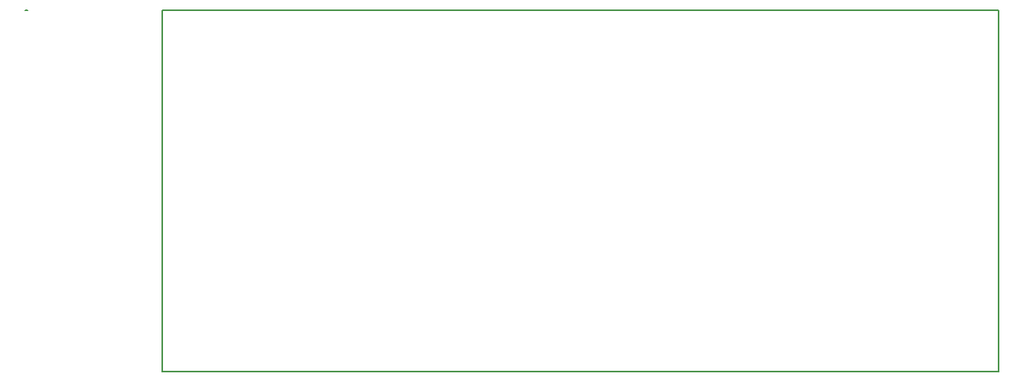
<source format=gbr>
G04 #@! TF.GenerationSoftware,KiCad,Pcbnew,(5.0.0-rc2-dev-311-g1dd4af297)*
G04 #@! TF.CreationDate,2018-03-29T11:26:03-07:00*
G04 #@! TF.ProjectId,Lupo_Testing,4C75706F5F54657374696E672E6B6963,rev?*
G04 #@! TF.SameCoordinates,Original*
G04 #@! TF.FileFunction,Profile,NP*
%FSLAX46Y46*%
G04 Gerber Fmt 4.6, Leading zero omitted, Abs format (unit mm)*
G04 Created by KiCad (PCBNEW (5.0.0-rc2-dev-311-g1dd4af297)) date 03/29/18 11:26:03*
%MOMM*%
%LPD*%
G01*
G04 APERTURE LIST*
%ADD10C,0.150000*%
G04 APERTURE END LIST*
D10*
X274955000Y-112903000D02*
X185039000Y-112903000D01*
X274955000Y-74041000D02*
X274955000Y-112903000D01*
X185039000Y-74041000D02*
X274955000Y-74041000D01*
X185039000Y-74041000D02*
X185039000Y-112903000D01*
X170307000Y-74041000D02*
X170561000Y-74041000D01*
M02*

</source>
